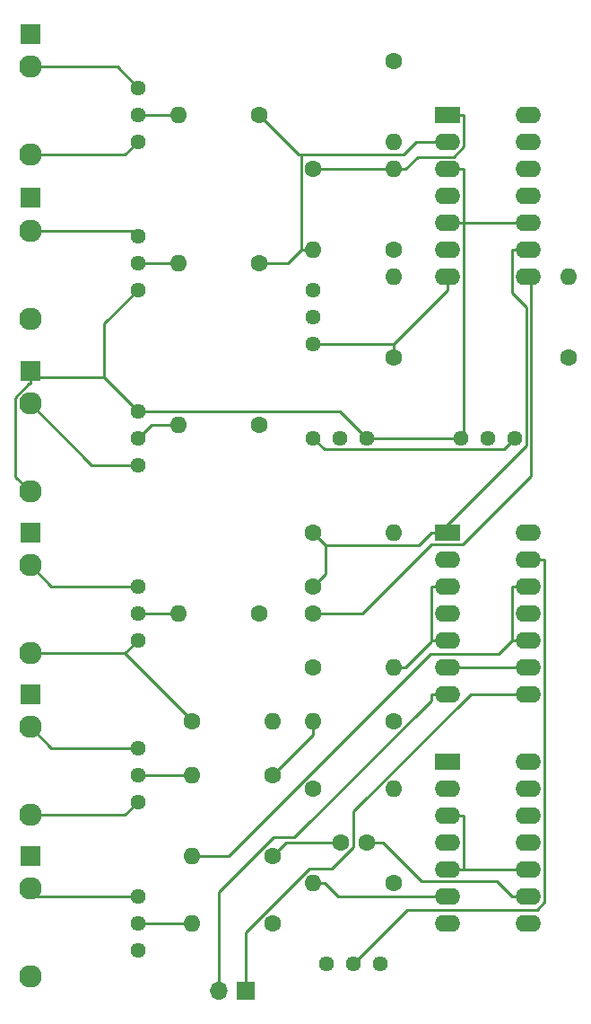
<source format=gbl>
%TF.GenerationSoftware,KiCad,Pcbnew,(5.1.12)-1*%
%TF.CreationDate,2021-11-21T15:36:10-08:00*%
%TF.ProjectId,VCF,5643462e-6b69-4636-9164-5f7063625858,rev?*%
%TF.SameCoordinates,Original*%
%TF.FileFunction,Copper,L2,Bot*%
%TF.FilePolarity,Positive*%
%FSLAX46Y46*%
G04 Gerber Fmt 4.6, Leading zero omitted, Abs format (unit mm)*
G04 Created by KiCad (PCBNEW (5.1.12)-1) date 2021-11-21 15:36:10*
%MOMM*%
%LPD*%
G01*
G04 APERTURE LIST*
%TA.AperFunction,ComponentPad*%
%ADD10O,2.400000X1.600000*%
%TD*%
%TA.AperFunction,ComponentPad*%
%ADD11R,2.400000X1.600000*%
%TD*%
%TA.AperFunction,ComponentPad*%
%ADD12C,1.440000*%
%TD*%
%TA.AperFunction,ComponentPad*%
%ADD13O,1.600000X1.600000*%
%TD*%
%TA.AperFunction,ComponentPad*%
%ADD14C,1.600000*%
%TD*%
%TA.AperFunction,ComponentPad*%
%ADD15C,2.130000*%
%TD*%
%TA.AperFunction,ComponentPad*%
%ADD16R,1.930000X1.830000*%
%TD*%
%TA.AperFunction,ComponentPad*%
%ADD17O,1.700000X1.700000*%
%TD*%
%TA.AperFunction,ComponentPad*%
%ADD18R,1.700000X1.700000*%
%TD*%
%TA.AperFunction,Conductor*%
%ADD19C,0.250000*%
%TD*%
G04 APERTURE END LIST*
D10*
%TO.P,U2,14*%
%TO.N,N/C*%
X116840000Y-104140000D03*
%TO.P,U2,7*%
%TO.N,Net-(R17-Pad1)*%
X109220000Y-119380000D03*
%TO.P,U2,13*%
%TO.N,N/C*%
X116840000Y-106680000D03*
%TO.P,U2,6*%
%TO.N,Net-(R17-Pad2)*%
X109220000Y-116840000D03*
%TO.P,U2,12*%
%TO.N,N/C*%
X116840000Y-109220000D03*
%TO.P,U2,5*%
%TO.N,GND*%
X109220000Y-114300000D03*
%TO.P,U2,11*%
%TO.N,-12V*%
X116840000Y-111760000D03*
%TO.P,U2,4*%
%TO.N,+12V*%
X109220000Y-111760000D03*
%TO.P,U2,10*%
%TO.N,GND*%
X116840000Y-114300000D03*
%TO.P,U2,3*%
X109220000Y-109220000D03*
%TO.P,U2,9*%
%TO.N,Net-(C2-Pad2)*%
X116840000Y-116840000D03*
%TO.P,U2,2*%
%TO.N,Net-(R11-Pad2)*%
X109220000Y-106680000D03*
%TO.P,U2,8*%
%TO.N,Net-(C2-Pad1)*%
X116840000Y-119380000D03*
D11*
%TO.P,U2,1*%
%TO.N,Net-(R11-Pad1)*%
X109220000Y-104140000D03*
%TD*%
D10*
%TO.P,U1,14*%
%TO.N,N/C*%
X116840000Y-43180000D03*
%TO.P,U1,7*%
%TO.N,Net-(R2-Pad1)*%
X109220000Y-58420000D03*
%TO.P,U1,13*%
%TO.N,N/C*%
X116840000Y-45720000D03*
%TO.P,U1,6*%
%TO.N,Net-(R1-Pad1)*%
X109220000Y-55880000D03*
%TO.P,U1,12*%
%TO.N,N/C*%
X116840000Y-48260000D03*
%TO.P,U1,5*%
%TO.N,GND*%
X109220000Y-53340000D03*
%TO.P,U1,11*%
%TO.N,-12V*%
X116840000Y-50800000D03*
%TO.P,U1,4*%
%TO.N,+12V*%
X109220000Y-50800000D03*
%TO.P,U1,10*%
%TO.N,GND*%
X116840000Y-53340000D03*
%TO.P,U1,3*%
X109220000Y-48260000D03*
%TO.P,U1,9*%
%TO.N,Net-(C1-Pad2)*%
X116840000Y-55880000D03*
%TO.P,U1,2*%
%TO.N,Net-(R5-Pad1)*%
X109220000Y-45720000D03*
%TO.P,U1,8*%
%TO.N,Net-(C1-Pad1)*%
X116840000Y-58420000D03*
D11*
%TO.P,U1,1*%
%TO.N,Net-(R1-Pad2)*%
X109220000Y-43180000D03*
%TD*%
D12*
%TO.P,RV10,3*%
%TO.N,GND*%
X80010000Y-92710000D03*
%TO.P,RV10,2*%
%TO.N,Net-(R16-Pad2)*%
X80010000Y-90170000D03*
%TO.P,RV10,1*%
%TO.N,Net-(J7-PadTN)*%
X80010000Y-87630000D03*
%TD*%
%TO.P,RV9,3*%
%TO.N,GND*%
X80010000Y-107950000D03*
%TO.P,RV9,2*%
%TO.N,Net-(R15-Pad2)*%
X80010000Y-105410000D03*
%TO.P,RV9,1*%
%TO.N,Net-(J6-PadTN)*%
X80010000Y-102870000D03*
%TD*%
%TO.P,RV8,3*%
%TO.N,GND*%
X80010000Y-121920000D03*
%TO.P,RV8,2*%
%TO.N,Net-(R14-Pad2)*%
X80010000Y-119380000D03*
%TO.P,RV8,1*%
%TO.N,Net-(J5-PadTN)*%
X80010000Y-116840000D03*
%TD*%
%TO.P,RV7,3*%
%TO.N,Net-(R13-Pad2)*%
X97790000Y-123190000D03*
%TO.P,RV7,2*%
%TO.N,Net-(Q1-Pad13)*%
X100330000Y-123190000D03*
%TO.P,RV7,1*%
%TO.N,Net-(R17-Pad1)*%
X102870000Y-123190000D03*
%TD*%
%TO.P,RV6,3*%
%TO.N,-12V*%
X115570000Y-73660000D03*
%TO.P,RV6,2*%
%TO.N,Net-(R12-Pad2)*%
X113030000Y-73660000D03*
%TO.P,RV6,1*%
%TO.N,GND*%
X110490000Y-73660000D03*
%TD*%
%TO.P,RV5,3*%
%TO.N,-12V*%
X96520000Y-73660000D03*
%TO.P,RV5,2*%
%TO.N,Net-(R4-Pad2)*%
X99060000Y-73660000D03*
%TO.P,RV5,1*%
%TO.N,GND*%
X101600000Y-73660000D03*
%TD*%
%TO.P,RV4,3*%
%TO.N,GND*%
X80010000Y-71120000D03*
%TO.P,RV4,2*%
%TO.N,Net-(R7-Pad2)*%
X80010000Y-73660000D03*
%TO.P,RV4,1*%
%TO.N,Net-(J1-PadTN)*%
X80010000Y-76200000D03*
%TD*%
%TO.P,RV3,3*%
%TO.N,GND*%
X80010000Y-59690000D03*
%TO.P,RV3,2*%
%TO.N,Net-(R6-Pad2)*%
X80010000Y-57150000D03*
%TO.P,RV3,1*%
%TO.N,Net-(J2-PadTN)*%
X80010000Y-54610000D03*
%TD*%
%TO.P,RV2,3*%
%TO.N,GND*%
X80010000Y-45720000D03*
%TO.P,RV2,2*%
%TO.N,Net-(R5-Pad2)*%
X80010000Y-43180000D03*
%TO.P,RV2,1*%
%TO.N,Net-(J3-PadTN)*%
X80010000Y-40640000D03*
%TD*%
%TO.P,RV1,3*%
%TO.N,Net-(R3-Pad2)*%
X96520000Y-59690000D03*
%TO.P,RV1,2*%
%TO.N,Net-(Q1-Pad2)*%
X96520000Y-62230000D03*
%TO.P,RV1,1*%
%TO.N,Net-(R2-Pad1)*%
X96520000Y-64770000D03*
%TD*%
D13*
%TO.P,R18,2*%
%TO.N,Net-(R11-Pad1)*%
X104140000Y-106680000D03*
D14*
%TO.P,R18,1*%
%TO.N,Net-(R17-Pad2)*%
X96520000Y-106680000D03*
%TD*%
D13*
%TO.P,R17,2*%
%TO.N,Net-(R17-Pad2)*%
X96520000Y-115570000D03*
D14*
%TO.P,R17,1*%
%TO.N,Net-(R17-Pad1)*%
X104140000Y-115570000D03*
%TD*%
D13*
%TO.P,R16,2*%
%TO.N,Net-(R16-Pad2)*%
X83820000Y-90170000D03*
D14*
%TO.P,R16,1*%
%TO.N,Net-(R11-Pad2)*%
X91440000Y-90170000D03*
%TD*%
D13*
%TO.P,R15,2*%
%TO.N,Net-(R15-Pad2)*%
X85090000Y-105410000D03*
D14*
%TO.P,R15,1*%
%TO.N,Net-(R11-Pad2)*%
X92710000Y-105410000D03*
%TD*%
D13*
%TO.P,R14,2*%
%TO.N,Net-(R14-Pad2)*%
X85090000Y-119380000D03*
D14*
%TO.P,R14,1*%
%TO.N,Net-(R11-Pad2)*%
X92710000Y-119380000D03*
%TD*%
D13*
%TO.P,R13,2*%
%TO.N,Net-(R13-Pad2)*%
X92710000Y-100330000D03*
D14*
%TO.P,R13,1*%
%TO.N,GND*%
X85090000Y-100330000D03*
%TD*%
D13*
%TO.P,R12,2*%
%TO.N,Net-(R12-Pad2)*%
X120650000Y-58420000D03*
D14*
%TO.P,R12,1*%
%TO.N,Net-(C2-Pad2)*%
X120650000Y-66040000D03*
%TD*%
D13*
%TO.P,R11,2*%
%TO.N,Net-(R11-Pad2)*%
X96520000Y-100330000D03*
D14*
%TO.P,R11,1*%
%TO.N,Net-(R11-Pad1)*%
X104140000Y-100330000D03*
%TD*%
D13*
%TO.P,R10,2*%
%TO.N,Net-(Q1-Pad10)*%
X85090000Y-113030000D03*
D14*
%TO.P,R10,1*%
%TO.N,Net-(C2-Pad1)*%
X92710000Y-113030000D03*
%TD*%
D13*
%TO.P,R9,2*%
%TO.N,Net-(R5-Pad1)*%
X96520000Y-55880000D03*
D14*
%TO.P,R9,1*%
%TO.N,Net-(R1-Pad2)*%
X96520000Y-48260000D03*
%TD*%
D13*
%TO.P,R8,2*%
%TO.N,Net-(Q1-Pad3)*%
X104140000Y-95250000D03*
D14*
%TO.P,R8,1*%
%TO.N,Net-(C1-Pad1)*%
X96520000Y-95250000D03*
%TD*%
D13*
%TO.P,R7,2*%
%TO.N,Net-(R7-Pad2)*%
X83820000Y-72390000D03*
D14*
%TO.P,R7,1*%
%TO.N,Net-(R5-Pad1)*%
X91440000Y-72390000D03*
%TD*%
D13*
%TO.P,R6,2*%
%TO.N,Net-(R6-Pad2)*%
X83820000Y-57150000D03*
D14*
%TO.P,R6,1*%
%TO.N,Net-(R5-Pad1)*%
X91440000Y-57150000D03*
%TD*%
D13*
%TO.P,R5,2*%
%TO.N,Net-(R5-Pad2)*%
X83820000Y-43180000D03*
D14*
%TO.P,R5,1*%
%TO.N,Net-(R5-Pad1)*%
X91440000Y-43180000D03*
%TD*%
D13*
%TO.P,R4,2*%
%TO.N,Net-(R4-Pad2)*%
X104140000Y-82550000D03*
D14*
%TO.P,R4,1*%
%TO.N,Net-(C1-Pad2)*%
X96520000Y-82550000D03*
%TD*%
D13*
%TO.P,R3,2*%
%TO.N,Net-(R3-Pad2)*%
X104140000Y-45720000D03*
D14*
%TO.P,R3,1*%
%TO.N,GND*%
X104140000Y-38100000D03*
%TD*%
D13*
%TO.P,R2,2*%
%TO.N,Net-(R1-Pad1)*%
X104140000Y-58420000D03*
D14*
%TO.P,R2,1*%
%TO.N,Net-(R2-Pad1)*%
X104140000Y-66040000D03*
%TD*%
D13*
%TO.P,R1,2*%
%TO.N,Net-(R1-Pad2)*%
X104140000Y-48260000D03*
D14*
%TO.P,R1,1*%
%TO.N,Net-(R1-Pad1)*%
X104140000Y-55880000D03*
%TD*%
D10*
%TO.P,Q1,14*%
%TO.N,Net-(C2-Pad2)*%
X116840000Y-82550000D03*
%TO.P,Q1,7*%
%TO.N,Net-(J4-Pad2)*%
X109220000Y-97790000D03*
%TO.P,Q1,13*%
%TO.N,Net-(Q1-Pad13)*%
X116840000Y-85090000D03*
%TO.P,Q1,6*%
%TO.N,GND*%
X109220000Y-95250000D03*
%TO.P,Q1,12*%
%TO.N,Net-(Q1-Pad10)*%
X116840000Y-87630000D03*
%TO.P,Q1,5*%
%TO.N,Net-(Q1-Pad3)*%
X109220000Y-92710000D03*
%TO.P,Q1,11*%
%TO.N,Net-(Q1-Pad11)*%
X116840000Y-90170000D03*
%TO.P,Q1,4*%
%TO.N,Net-(Q1-Pad4)*%
X109220000Y-90170000D03*
%TO.P,Q1,10*%
%TO.N,Net-(Q1-Pad10)*%
X116840000Y-92710000D03*
%TO.P,Q1,3*%
%TO.N,Net-(Q1-Pad3)*%
X109220000Y-87630000D03*
%TO.P,Q1,9*%
%TO.N,GND*%
X116840000Y-95250000D03*
%TO.P,Q1,2*%
%TO.N,Net-(Q1-Pad2)*%
X109220000Y-85090000D03*
%TO.P,Q1,8*%
%TO.N,Net-(J4-Pad1)*%
X116840000Y-97790000D03*
D11*
%TO.P,Q1,1*%
%TO.N,Net-(C1-Pad2)*%
X109220000Y-82550000D03*
%TD*%
D15*
%TO.P,J7,T*%
%TO.N,GND*%
X69850000Y-93950000D03*
D16*
%TO.P,J7,S*%
X69850000Y-82550000D03*
D15*
%TO.P,J7,TN*%
%TO.N,Net-(J7-PadTN)*%
X69850000Y-85650000D03*
%TD*%
%TO.P,J6,T*%
%TO.N,GND*%
X69850000Y-109190000D03*
D16*
%TO.P,J6,S*%
X69850000Y-97790000D03*
D15*
%TO.P,J6,TN*%
%TO.N,Net-(J6-PadTN)*%
X69850000Y-100890000D03*
%TD*%
%TO.P,J5,T*%
%TO.N,GND*%
X69850000Y-124430000D03*
D16*
%TO.P,J5,S*%
X69850000Y-113030000D03*
D15*
%TO.P,J5,TN*%
%TO.N,Net-(J5-PadTN)*%
X69850000Y-116130000D03*
%TD*%
D17*
%TO.P,J4,2*%
%TO.N,Net-(J4-Pad2)*%
X87630000Y-125730000D03*
D18*
%TO.P,J4,1*%
%TO.N,Net-(J4-Pad1)*%
X90170000Y-125730000D03*
%TD*%
D15*
%TO.P,J3,T*%
%TO.N,GND*%
X69850000Y-46960000D03*
D16*
%TO.P,J3,S*%
X69850000Y-35560000D03*
D15*
%TO.P,J3,TN*%
%TO.N,Net-(J3-PadTN)*%
X69850000Y-38660000D03*
%TD*%
%TO.P,J2,T*%
%TO.N,GND*%
X69850000Y-62390000D03*
D16*
%TO.P,J2,S*%
X69850000Y-50990000D03*
D15*
%TO.P,J2,TN*%
%TO.N,Net-(J2-PadTN)*%
X69850000Y-54090000D03*
%TD*%
%TO.P,J1,T*%
%TO.N,GND*%
X69850000Y-78710000D03*
D16*
%TO.P,J1,S*%
X69850000Y-67310000D03*
D15*
%TO.P,J1,TN*%
%TO.N,Net-(J1-PadTN)*%
X69850000Y-70410000D03*
%TD*%
D14*
%TO.P,C2,2*%
%TO.N,Net-(C2-Pad2)*%
X101600000Y-111760000D03*
%TO.P,C2,1*%
%TO.N,Net-(C2-Pad1)*%
X99100000Y-111760000D03*
%TD*%
%TO.P,C1,2*%
%TO.N,Net-(C1-Pad2)*%
X96520000Y-87670000D03*
%TO.P,C1,1*%
%TO.N,Net-(C1-Pad1)*%
X96520000Y-90170000D03*
%TD*%
D19*
%TO.N,Net-(C1-Pad2)*%
X116840000Y-55880000D02*
X115314700Y-55880000D01*
X108457400Y-82550000D02*
X116644200Y-74363200D01*
X116644200Y-74363200D02*
X116644200Y-61326400D01*
X116644200Y-61326400D02*
X115314700Y-59996900D01*
X115314700Y-59996900D02*
X115314700Y-55880000D01*
X108457400Y-82550000D02*
X107694700Y-82550000D01*
X109220000Y-82550000D02*
X108457400Y-82550000D01*
X97695300Y-83725300D02*
X106519400Y-83725300D01*
X106519400Y-83725300D02*
X107694700Y-82550000D01*
X96520000Y-82550000D02*
X97695300Y-83725300D01*
X96520000Y-87670000D02*
X97695300Y-86494700D01*
X97695300Y-86494700D02*
X97695300Y-83725300D01*
%TO.N,Net-(C1-Pad1)*%
X96520000Y-90170000D02*
X101204700Y-90170000D01*
X101204700Y-90170000D02*
X107699300Y-83675400D01*
X107699300Y-83675400D02*
X110621900Y-83675400D01*
X110621900Y-83675400D02*
X117094600Y-77202700D01*
X117094600Y-77202700D02*
X117094600Y-58674600D01*
X117094600Y-58674600D02*
X116840000Y-58420000D01*
%TO.N,GND*%
X101600000Y-73660000D02*
X99060000Y-71120000D01*
X99060000Y-71120000D02*
X80010000Y-71120000D01*
X76820100Y-67930100D02*
X80010000Y-71120000D01*
X110490000Y-73660000D02*
X101600000Y-73660000D01*
X109220000Y-95250000D02*
X116840000Y-95250000D01*
X110490000Y-73660000D02*
X110745300Y-73404700D01*
X110745300Y-73404700D02*
X110745300Y-53340000D01*
X116840000Y-53340000D02*
X110745300Y-53340000D01*
X69850000Y-67930100D02*
X76820100Y-67930100D01*
X76820100Y-67930100D02*
X76820100Y-62879900D01*
X76820100Y-62879900D02*
X80010000Y-59690000D01*
X69850000Y-67930100D02*
X69850000Y-68550300D01*
X69850000Y-67310000D02*
X69850000Y-67930100D01*
X69850000Y-68550300D02*
X69695000Y-68550300D01*
X69695000Y-68550300D02*
X68418800Y-69826500D01*
X68418800Y-69826500D02*
X68418800Y-77278800D01*
X68418800Y-77278800D02*
X69850000Y-78710000D01*
X116840000Y-114300000D02*
X110745300Y-114300000D01*
X109220000Y-114300000D02*
X110745300Y-114300000D01*
X109220000Y-109220000D02*
X110745300Y-109220000D01*
X110745300Y-109220000D02*
X110745300Y-114300000D01*
X110745300Y-53340000D02*
X109220000Y-53340000D01*
X110745300Y-53340000D02*
X110745300Y-48260000D01*
X109220000Y-48260000D02*
X110745300Y-48260000D01*
X78770000Y-93950000D02*
X80010000Y-92710000D01*
X69850000Y-93950000D02*
X78770000Y-93950000D01*
X85090000Y-100330000D02*
X85090000Y-100270000D01*
X85090000Y-100270000D02*
X78770000Y-93950000D01*
X69850000Y-109190000D02*
X78770000Y-109190000D01*
X78770000Y-109190000D02*
X80010000Y-107950000D01*
X69850000Y-46960000D02*
X78770000Y-46960000D01*
X78770000Y-46960000D02*
X80010000Y-45720000D01*
%TO.N,Net-(J4-Pad2)*%
X109220000Y-97790000D02*
X107694700Y-97790000D01*
X87630000Y-125730000D02*
X87630000Y-116470500D01*
X87630000Y-116470500D02*
X92790900Y-111309600D01*
X92790900Y-111309600D02*
X94759000Y-111309600D01*
X94759000Y-111309600D02*
X107694700Y-98373900D01*
X107694700Y-98373900D02*
X107694700Y-97790000D01*
%TO.N,Net-(J4-Pad1)*%
X90170000Y-125730000D02*
X90170000Y-120273900D01*
X90170000Y-120273900D02*
X96194600Y-114249300D01*
X96194600Y-114249300D02*
X98269200Y-114249300D01*
X98269200Y-114249300D02*
X100350000Y-112168500D01*
X100350000Y-112168500D02*
X100350000Y-108838500D01*
X100350000Y-108838500D02*
X111398500Y-97790000D01*
X111398500Y-97790000D02*
X116840000Y-97790000D01*
%TO.N,Net-(Q1-Pad13)*%
X116840000Y-85090000D02*
X118365300Y-85090000D01*
X100330000Y-123190000D02*
X105410000Y-118110000D01*
X105410000Y-118110000D02*
X117656900Y-118110000D01*
X117656900Y-118110000D02*
X118365300Y-117401600D01*
X118365300Y-117401600D02*
X118365300Y-85090000D01*
%TO.N,Net-(Q1-Pad3)*%
X109220000Y-87630000D02*
X107694700Y-87630000D01*
X107694700Y-87630000D02*
X107694700Y-92710000D01*
X109220000Y-92710000D02*
X107694700Y-92710000D01*
X104140000Y-95250000D02*
X105265300Y-95250000D01*
X105265300Y-95250000D02*
X107694700Y-92820600D01*
X107694700Y-92820600D02*
X107694700Y-92710000D01*
%TO.N,Net-(Q1-Pad10)*%
X116840000Y-87630000D02*
X115314700Y-87630000D01*
X115314700Y-92710000D02*
X115314700Y-87630000D01*
X115427300Y-92710000D02*
X115314700Y-92710000D01*
X116840000Y-92710000D02*
X115427300Y-92710000D01*
X85090000Y-113030000D02*
X88560000Y-113030000D01*
X88560000Y-113030000D02*
X107610000Y-93980000D01*
X107610000Y-93980000D02*
X114044700Y-93980000D01*
X114044700Y-93980000D02*
X115314700Y-92710000D01*
%TO.N,Net-(R1-Pad2)*%
X109220000Y-43180000D02*
X110745300Y-43180000D01*
X104140000Y-48260000D02*
X105265300Y-48260000D01*
X105265300Y-48260000D02*
X106390600Y-47134700D01*
X106390600Y-47134700D02*
X109809300Y-47134700D01*
X109809300Y-47134700D02*
X110745300Y-46198700D01*
X110745300Y-46198700D02*
X110745300Y-43180000D01*
X96520000Y-48260000D02*
X104140000Y-48260000D01*
%TO.N,Net-(R2-Pad1)*%
X104140000Y-64770000D02*
X109220000Y-59690000D01*
X109220000Y-59690000D02*
X109220000Y-58420000D01*
X104140000Y-66040000D02*
X104140000Y-64770000D01*
X104140000Y-64770000D02*
X96520000Y-64770000D01*
%TO.N,Net-(R5-Pad2)*%
X83820000Y-43180000D02*
X80010000Y-43180000D01*
%TO.N,Net-(R5-Pad1)*%
X95394700Y-46910600D02*
X105039100Y-46910600D01*
X105039100Y-46910600D02*
X106229700Y-45720000D01*
X106229700Y-45720000D02*
X109220000Y-45720000D01*
X91440000Y-43180000D02*
X95170600Y-46910600D01*
X95170600Y-46910600D02*
X95394700Y-46910600D01*
X95394700Y-46910600D02*
X95394700Y-55880000D01*
X96520000Y-55880000D02*
X95394700Y-55880000D01*
X91440000Y-57150000D02*
X94124700Y-57150000D01*
X94124700Y-57150000D02*
X95394700Y-55880000D01*
%TO.N,Net-(R6-Pad2)*%
X83820000Y-57150000D02*
X80010000Y-57150000D01*
%TO.N,Net-(R7-Pad2)*%
X83820000Y-72390000D02*
X81280000Y-72390000D01*
X81280000Y-72390000D02*
X80010000Y-73660000D01*
%TO.N,-12V*%
X96520000Y-73660000D02*
X97578000Y-74718000D01*
X97578000Y-74718000D02*
X114512000Y-74718000D01*
X114512000Y-74718000D02*
X115570000Y-73660000D01*
%TO.N,Net-(C2-Pad2)*%
X116840000Y-116840000D02*
X115314700Y-116840000D01*
X101600000Y-111760000D02*
X103078200Y-111760000D01*
X103078200Y-111760000D02*
X106743600Y-115425400D01*
X106743600Y-115425400D02*
X113900100Y-115425400D01*
X113900100Y-115425400D02*
X115314700Y-116840000D01*
%TO.N,Net-(C2-Pad1)*%
X99100000Y-111760000D02*
X93980000Y-111760000D01*
X93980000Y-111760000D02*
X92710000Y-113030000D01*
%TO.N,Net-(R11-Pad2)*%
X96520000Y-100330000D02*
X96520000Y-101600000D01*
X96520000Y-101600000D02*
X92710000Y-105410000D01*
%TO.N,Net-(R14-Pad2)*%
X85090000Y-119380000D02*
X80010000Y-119380000D01*
%TO.N,Net-(R15-Pad2)*%
X85090000Y-105410000D02*
X80010000Y-105410000D01*
%TO.N,Net-(R16-Pad2)*%
X83820000Y-90170000D02*
X80010000Y-90170000D01*
%TO.N,Net-(R17-Pad2)*%
X96520000Y-115570000D02*
X97645300Y-115570000D01*
X97645300Y-115570000D02*
X98915300Y-116840000D01*
X98915300Y-116840000D02*
X109220000Y-116840000D01*
%TO.N,Net-(J1-PadTN)*%
X69850000Y-70410000D02*
X75640000Y-76200000D01*
X75640000Y-76200000D02*
X80010000Y-76200000D01*
%TO.N,Net-(J2-PadTN)*%
X69850000Y-54090000D02*
X79490000Y-54090000D01*
X79490000Y-54090000D02*
X80010000Y-54610000D01*
%TO.N,Net-(J3-PadTN)*%
X69850000Y-38660000D02*
X78030000Y-38660000D01*
X78030000Y-38660000D02*
X80010000Y-40640000D01*
%TO.N,Net-(J5-PadTN)*%
X69850000Y-116130000D02*
X70560000Y-116840000D01*
X70560000Y-116840000D02*
X80010000Y-116840000D01*
%TO.N,Net-(J6-PadTN)*%
X69850000Y-100890000D02*
X71830000Y-102870000D01*
X71830000Y-102870000D02*
X80010000Y-102870000D01*
%TO.N,Net-(J7-PadTN)*%
X69850000Y-85650000D02*
X71830000Y-87630000D01*
X71830000Y-87630000D02*
X80010000Y-87630000D01*
%TD*%
M02*

</source>
